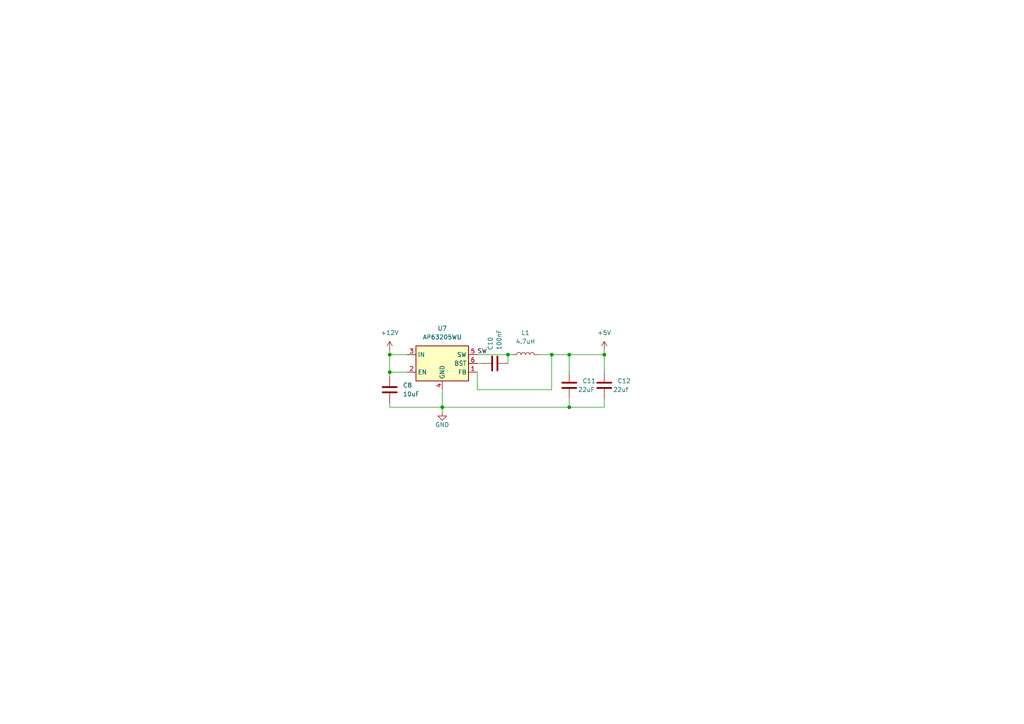
<source format=kicad_sch>
(kicad_sch (version 20211123) (generator eeschema)
  (paper "A4")
  (lib_symbols
    (symbol "Device:C" (pin_numbers hide) (pin_names (offset 0.254))
      (property "Reference" "C" (at 0.635 2.54 0))
      (property "Value" "C" (at 0.635 -2.54 0))
      (symbol "C_0_1"
        (polyline (pts (xy -2.032 -0.762) (xy 2.032 -0.762)) (stroke (width 0.508)))
        (polyline (pts (xy -2.032 0.762) (xy 2.032 0.762)) (stroke (width 0.508)))
      )
      (symbol "C_1_1"
        (pin passive line (at 0 3.81 270) (length 2.794) (name "~") (number "1"))
        (pin passive line (at 0 -3.81 90) (length 2.794) (name "~") (number "2"))
      )
    )
    (symbol "Device:L" (pin_numbers hide) (pin_names (offset 1.016) hide)
      (property "Reference" "L" (at -1.27 0 90))
      (property "Value" "L" (at 1.905 0 90))
      (symbol "L_0_1"
        (arc (start 0 -2.54) (mid 0.635 -1.905) (end 0 -1.27))
        (arc (start 0 -1.27) (mid 0.635 -0.635) (end 0 0))
        (arc (start 0 0) (mid 0.635 0.635) (end 0 1.27))
        (arc (start 0 1.27) (mid 0.635 1.905) (end 0 2.54))
      )
      (symbol "L_1_1"
        (pin passive line (at 0 3.81 270) (length 1.27) (name "1") (number "1"))
        (pin passive line (at 0 -3.81 90) (length 1.27) (name "2") (number "2"))
      )
    )
    (symbol "Regulator_Switching:AP63205WU"
      (property "Reference" "U" (at -7.62 6.35 0))
      (property "Value" "AP63205WU" (at 2.54 6.35 0))
      (symbol "AP63205WU_0_1"
        (rectangle (start -7.62 5.08) (end 7.62 -5.08) (stroke (width 0.254)) (fill (type background)))
      )
      (symbol "AP63205WU_1_1"
        (pin input line (at 10.16 -2.54 180) (length 2.54) (name "FB") (number "1"))
        (pin input line (at -10.16 -2.54 0) (length 2.54) (name "EN") (number "2"))
        (pin power_in line (at -10.16 2.54 0) (length 2.54) (name "IN") (number "3"))
        (pin power_in line (at 0 -7.62 90) (length 2.54) (name "GND") (number "4"))
        (pin output line (at 10.16 2.54 180) (length 2.54) (name "SW") (number "5"))
        (pin passive line (at 10.16 0 180) (length 2.54) (name "BST") (number "6"))
      )
    )
    (symbol "power:+12V" (power) (pin_names (offset 0))
      (property "Value" "+12V" (at 0 3.556 0))
      (symbol "+12V_0_1"
        (polyline (pts (xy -0.762 1.27) (xy 0 2.54)))
        (polyline (pts (xy 0 0) (xy 0 2.54)))
        (polyline (pts (xy 0 2.54) (xy 0.762 1.27)))
      )
      (symbol "+12V_1_1"
        (pin power_in line (at 0 0 90) (length 0) hide (name "+12V") (number "1"))
      )
    )
    (symbol "power:+5V" (power) (pin_names (offset 0))
      (property "Value" "+5V" (at 0 3.556 0))
      (symbol "+5V_0_1"
        (polyline (pts (xy -0.762 1.27) (xy 0 2.54)))
        (polyline (pts (xy 0 0) (xy 0 2.54)))
        (polyline (pts (xy 0 2.54) (xy 0.762 1.27)))
      )
      (symbol "+5V_1_1"
        (pin power_in line (at 0 0 90) (length 0) hide (name "+5V") (number "1"))
      )
    )
    (symbol "power:GND" (power) (pin_names (offset 0))
      (property "Value" "GND" (at 0 -3.81 0))
      (symbol "GND_0_1"
        (polyline (pts (xy 0 0) (xy 0 -1.27) (xy 1.27 -1.27) (xy 0 -2.54) (xy -1.27 -1.27) (xy 0 -1.27)))
      )
      (symbol "GND_1_1"
        (pin power_in line (at 0 0 270) (length 0) hide (name "GND") (number "1"))
      )
    )
  )
  (junction (at 147.32 102.87))
  (junction (at 113.03 107.95))
  (junction (at 160.02 102.87))
  (junction (at 165.1 102.87))
  (junction (at 165.1 118.11))
  (junction (at 128.27 118.11))
  (junction (at 113.03 102.87))
  (junction (at 175.26 102.87))
  (wire (pts (xy 165.1 102.87) (xy 160.02 102.87)))
  (wire (pts (xy 175.26 107.95) (xy 175.26 102.87)))
  (wire (pts (xy 113.03 116.84) (xy 113.03 118.11)))
  (wire (pts (xy 175.26 102.87) (xy 165.1 102.87)))
  (wire (pts (xy 113.03 107.95) (xy 113.03 109.22)))
  (wire (pts (xy 138.43 113.03) (xy 138.43 107.95)))
  (wire (pts (xy 165.1 118.11) (xy 175.26 118.11)))
  (wire (pts (xy 128.27 118.11) (xy 165.1 118.11)))
  (wire (pts (xy 147.32 102.87) (xy 148.59 102.87)))
  (wire (pts (xy 165.1 107.95) (xy 165.1 102.87)))
  (wire (pts (xy 128.27 118.11) (xy 128.27 119.38)))
  (wire (pts (xy 160.02 102.87) (xy 156.21 102.87)))
  (wire (pts (xy 138.43 113.03) (xy 160.02 113.03)))
  (wire (pts (xy 128.27 113.03) (xy 128.27 118.11)))
  (wire (pts (xy 138.43 102.87) (xy 147.32 102.87)))
  (wire (pts (xy 118.11 107.95) (xy 113.03 107.95)))
  (wire (pts (xy 113.03 102.87) (xy 118.11 102.87)))
  (wire (pts (xy 175.26 101.6) (xy 175.26 102.87)))
  (wire (pts (xy 113.03 101.6) (xy 113.03 102.87)))
  (wire (pts (xy 113.03 107.95) (xy 113.03 102.87)))
  (wire (pts (xy 113.03 118.11) (xy 128.27 118.11)))
  (wire (pts (xy 160.02 113.03) (xy 160.02 102.87)))
  (wire (pts (xy 138.43 105.41) (xy 139.7 105.41)))
  (wire (pts (xy 147.32 105.41) (xy 147.32 102.87)))
  (wire (pts (xy 165.1 115.57) (xy 165.1 118.11)))
  (wire (pts (xy 175.26 115.57) (xy 175.26 118.11)))
  (label "SW" (at 138.43 102.87 0))
  (symbol (lib_id "power:GND") (at 128.27 119.38 0) (unit 1)
    (property "Reference" "#PWR0153" (effects hide))
    (property "Value" "GND" (at 128.27 123.19 0))
  )
  (symbol (lib_id "power:+12V") (at 113.03 101.6 0) (unit 1)
    (property "Reference" "#PWR0154" (effects hide))
    (property "Value" "+12V" (at 113.03 96.52 0))
  )
  (symbol (lib_id "Device:C") (at 175.26 111.76 0) (unit 1)
    (property "Reference" "C12" (at 179.07 110.4899 0) (effects (justify left)))
    (property "Value" "22uf" (at 177.8 113.03 0) (effects (justify left)))
    (property "Footprint" "Capacitor_SMD:C_0805_2012Metric" (effects hide))
  )
  (symbol (lib_id "Device:C") (at 113.03 113.03 0) (unit 1)
    (property "Reference" "C8" (at 116.84 111.7599 0) (effects (justify left)))
    (property "Value" "10uF" (at 116.84 114.2999 0) (effects (justify left)))
    (property "Footprint" "Capacitor_SMD:C_0805_2012Metric" (effects hide))
  )
  (symbol (lib_id "Regulator_Switching:AP63205WU") (at 128.27 105.41 0) (unit 1)
    (property "Reference" "U7" (at 128.27 95.25 0))
    (property "Value" "AP63205WU" (at 128.27 97.79 0))
    (property "Footprint" "Package_TO_SOT_SMD:TSOT-23-6" (effects hide))
    (property "Datasheet" "https://www.diodes.com/assets/Datasheets/AP63200-AP63201-AP63203-AP63205.pdf" (effects hide))
  )
  (symbol (lib_id "Device:C") (at 165.1 111.76 0) (unit 1)
    (property "Reference" "C11" (at 168.91 110.4899 0) (effects (justify left)))
    (property "Value" "22uF" (at 167.64 113.03 0) (effects (justify left)))
    (property "Footprint" "Capacitor_SMD:C_0805_2012Metric" (effects hide))
  )
  (symbol (lib_id "Device:L") (at 152.4 102.87 90) (unit 1)
    (property "Reference" "L1" (at 152.4 96.52 90))
    (property "Value" "4.7uH" (at 152.4 99.06 90))
    (property "Footprint" "Inductor_SMD:L_Bourns_SRN6045TA" (effects hide))
  )
  (symbol (lib_id "power:+5V") (at 175.26 101.6 0) (unit 1)
    (property "Reference" "#PWR0152" (effects hide))
    (property "Value" "+5V" (at 175.26 96.52 0))
  )
  (symbol (lib_id "Device:C") (at 143.51 105.41 270) (unit 1)
    (property "Reference" "C10" (at 142.24 101.6 0) (effects (justify right)))
    (property "Value" "100nF" (at 144.78 101.6 0) (effects (justify right)))
    (property "Footprint" "Capacitor_SMD:C_0201_0603Metric" (effects hide))
  )
)
</source>
